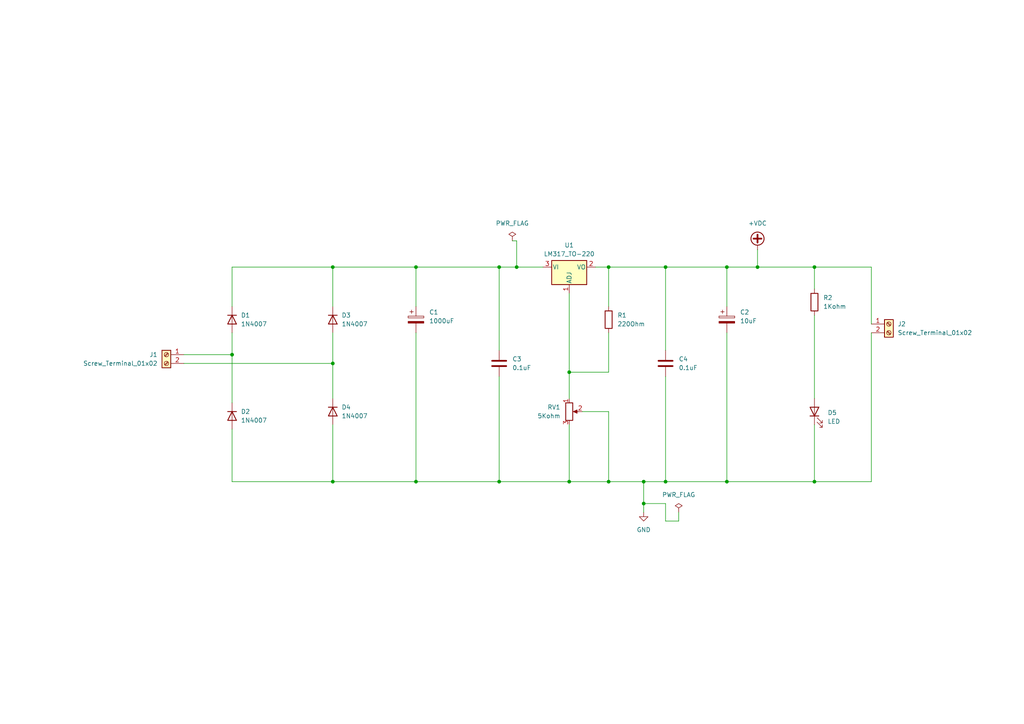
<source format=kicad_sch>
(kicad_sch
	(version 20231120)
	(generator "eeschema")
	(generator_version "8.0")
	(uuid "064e3726-804e-42e7-a651-6f5560fcd5ca")
	(paper "A4")
	(lib_symbols
		(symbol "Connector:Screw_Terminal_01x02"
			(pin_names
				(offset 1.016) hide)
			(exclude_from_sim no)
			(in_bom yes)
			(on_board yes)
			(property "Reference" "J"
				(at 0 2.54 0)
				(effects
					(font
						(size 1.27 1.27)
					)
				)
			)
			(property "Value" "Screw_Terminal_01x02"
				(at 0 -5.08 0)
				(effects
					(font
						(size 1.27 1.27)
					)
				)
			)
			(property "Footprint" ""
				(at 0 0 0)
				(effects
					(font
						(size 1.27 1.27)
					)
					(hide yes)
				)
			)
			(property "Datasheet" "~"
				(at 0 0 0)
				(effects
					(font
						(size 1.27 1.27)
					)
					(hide yes)
				)
			)
			(property "Description" "Generic screw terminal, single row, 01x02, script generated (kicad-library-utils/schlib/autogen/connector/)"
				(at 0 0 0)
				(effects
					(font
						(size 1.27 1.27)
					)
					(hide yes)
				)
			)
			(property "ki_keywords" "screw terminal"
				(at 0 0 0)
				(effects
					(font
						(size 1.27 1.27)
					)
					(hide yes)
				)
			)
			(property "ki_fp_filters" "TerminalBlock*:*"
				(at 0 0 0)
				(effects
					(font
						(size 1.27 1.27)
					)
					(hide yes)
				)
			)
			(symbol "Screw_Terminal_01x02_1_1"
				(rectangle
					(start -1.27 1.27)
					(end 1.27 -3.81)
					(stroke
						(width 0.254)
						(type default)
					)
					(fill
						(type background)
					)
				)
				(circle
					(center 0 -2.54)
					(radius 0.635)
					(stroke
						(width 0.1524)
						(type default)
					)
					(fill
						(type none)
					)
				)
				(polyline
					(pts
						(xy -0.5334 -2.2098) (xy 0.3302 -3.048)
					)
					(stroke
						(width 0.1524)
						(type default)
					)
					(fill
						(type none)
					)
				)
				(polyline
					(pts
						(xy -0.5334 0.3302) (xy 0.3302 -0.508)
					)
					(stroke
						(width 0.1524)
						(type default)
					)
					(fill
						(type none)
					)
				)
				(polyline
					(pts
						(xy -0.3556 -2.032) (xy 0.508 -2.8702)
					)
					(stroke
						(width 0.1524)
						(type default)
					)
					(fill
						(type none)
					)
				)
				(polyline
					(pts
						(xy -0.3556 0.508) (xy 0.508 -0.3302)
					)
					(stroke
						(width 0.1524)
						(type default)
					)
					(fill
						(type none)
					)
				)
				(circle
					(center 0 0)
					(radius 0.635)
					(stroke
						(width 0.1524)
						(type default)
					)
					(fill
						(type none)
					)
				)
				(pin passive line
					(at -5.08 0 0)
					(length 3.81)
					(name "Pin_1"
						(effects
							(font
								(size 1.27 1.27)
							)
						)
					)
					(number "1"
						(effects
							(font
								(size 1.27 1.27)
							)
						)
					)
				)
				(pin passive line
					(at -5.08 -2.54 0)
					(length 3.81)
					(name "Pin_2"
						(effects
							(font
								(size 1.27 1.27)
							)
						)
					)
					(number "2"
						(effects
							(font
								(size 1.27 1.27)
							)
						)
					)
				)
			)
		)
		(symbol "Device:C"
			(pin_numbers hide)
			(pin_names
				(offset 0.254)
			)
			(exclude_from_sim no)
			(in_bom yes)
			(on_board yes)
			(property "Reference" "C"
				(at 0.635 2.54 0)
				(effects
					(font
						(size 1.27 1.27)
					)
					(justify left)
				)
			)
			(property "Value" "C"
				(at 0.635 -2.54 0)
				(effects
					(font
						(size 1.27 1.27)
					)
					(justify left)
				)
			)
			(property "Footprint" ""
				(at 0.9652 -3.81 0)
				(effects
					(font
						(size 1.27 1.27)
					)
					(hide yes)
				)
			)
			(property "Datasheet" "~"
				(at 0 0 0)
				(effects
					(font
						(size 1.27 1.27)
					)
					(hide yes)
				)
			)
			(property "Description" "Unpolarized capacitor"
				(at 0 0 0)
				(effects
					(font
						(size 1.27 1.27)
					)
					(hide yes)
				)
			)
			(property "ki_keywords" "cap capacitor"
				(at 0 0 0)
				(effects
					(font
						(size 1.27 1.27)
					)
					(hide yes)
				)
			)
			(property "ki_fp_filters" "C_*"
				(at 0 0 0)
				(effects
					(font
						(size 1.27 1.27)
					)
					(hide yes)
				)
			)
			(symbol "C_0_1"
				(polyline
					(pts
						(xy -2.032 -0.762) (xy 2.032 -0.762)
					)
					(stroke
						(width 0.508)
						(type default)
					)
					(fill
						(type none)
					)
				)
				(polyline
					(pts
						(xy -2.032 0.762) (xy 2.032 0.762)
					)
					(stroke
						(width 0.508)
						(type default)
					)
					(fill
						(type none)
					)
				)
			)
			(symbol "C_1_1"
				(pin passive line
					(at 0 3.81 270)
					(length 2.794)
					(name "~"
						(effects
							(font
								(size 1.27 1.27)
							)
						)
					)
					(number "1"
						(effects
							(font
								(size 1.27 1.27)
							)
						)
					)
				)
				(pin passive line
					(at 0 -3.81 90)
					(length 2.794)
					(name "~"
						(effects
							(font
								(size 1.27 1.27)
							)
						)
					)
					(number "2"
						(effects
							(font
								(size 1.27 1.27)
							)
						)
					)
				)
			)
		)
		(symbol "Device:C_Polarized"
			(pin_numbers hide)
			(pin_names
				(offset 0.254)
			)
			(exclude_from_sim no)
			(in_bom yes)
			(on_board yes)
			(property "Reference" "C"
				(at 0.635 2.54 0)
				(effects
					(font
						(size 1.27 1.27)
					)
					(justify left)
				)
			)
			(property "Value" "C_Polarized"
				(at 0.635 -2.54 0)
				(effects
					(font
						(size 1.27 1.27)
					)
					(justify left)
				)
			)
			(property "Footprint" ""
				(at 0.9652 -3.81 0)
				(effects
					(font
						(size 1.27 1.27)
					)
					(hide yes)
				)
			)
			(property "Datasheet" "~"
				(at 0 0 0)
				(effects
					(font
						(size 1.27 1.27)
					)
					(hide yes)
				)
			)
			(property "Description" "Polarized capacitor"
				(at 0 0 0)
				(effects
					(font
						(size 1.27 1.27)
					)
					(hide yes)
				)
			)
			(property "ki_keywords" "cap capacitor"
				(at 0 0 0)
				(effects
					(font
						(size 1.27 1.27)
					)
					(hide yes)
				)
			)
			(property "ki_fp_filters" "CP_*"
				(at 0 0 0)
				(effects
					(font
						(size 1.27 1.27)
					)
					(hide yes)
				)
			)
			(symbol "C_Polarized_0_1"
				(rectangle
					(start -2.286 0.508)
					(end 2.286 1.016)
					(stroke
						(width 0)
						(type default)
					)
					(fill
						(type none)
					)
				)
				(polyline
					(pts
						(xy -1.778 2.286) (xy -0.762 2.286)
					)
					(stroke
						(width 0)
						(type default)
					)
					(fill
						(type none)
					)
				)
				(polyline
					(pts
						(xy -1.27 2.794) (xy -1.27 1.778)
					)
					(stroke
						(width 0)
						(type default)
					)
					(fill
						(type none)
					)
				)
				(rectangle
					(start 2.286 -0.508)
					(end -2.286 -1.016)
					(stroke
						(width 0)
						(type default)
					)
					(fill
						(type outline)
					)
				)
			)
			(symbol "C_Polarized_1_1"
				(pin passive line
					(at 0 3.81 270)
					(length 2.794)
					(name "~"
						(effects
							(font
								(size 1.27 1.27)
							)
						)
					)
					(number "1"
						(effects
							(font
								(size 1.27 1.27)
							)
						)
					)
				)
				(pin passive line
					(at 0 -3.81 90)
					(length 2.794)
					(name "~"
						(effects
							(font
								(size 1.27 1.27)
							)
						)
					)
					(number "2"
						(effects
							(font
								(size 1.27 1.27)
							)
						)
					)
				)
			)
		)
		(symbol "Device:LED"
			(pin_numbers hide)
			(pin_names
				(offset 1.016) hide)
			(exclude_from_sim no)
			(in_bom yes)
			(on_board yes)
			(property "Reference" "D"
				(at 0 2.54 0)
				(effects
					(font
						(size 1.27 1.27)
					)
				)
			)
			(property "Value" "LED"
				(at 0 -2.54 0)
				(effects
					(font
						(size 1.27 1.27)
					)
				)
			)
			(property "Footprint" ""
				(at 0 0 0)
				(effects
					(font
						(size 1.27 1.27)
					)
					(hide yes)
				)
			)
			(property "Datasheet" "~"
				(at 0 0 0)
				(effects
					(font
						(size 1.27 1.27)
					)
					(hide yes)
				)
			)
			(property "Description" "Light emitting diode"
				(at 0 0 0)
				(effects
					(font
						(size 1.27 1.27)
					)
					(hide yes)
				)
			)
			(property "ki_keywords" "LED diode"
				(at 0 0 0)
				(effects
					(font
						(size 1.27 1.27)
					)
					(hide yes)
				)
			)
			(property "ki_fp_filters" "LED* LED_SMD:* LED_THT:*"
				(at 0 0 0)
				(effects
					(font
						(size 1.27 1.27)
					)
					(hide yes)
				)
			)
			(symbol "LED_0_1"
				(polyline
					(pts
						(xy -1.27 -1.27) (xy -1.27 1.27)
					)
					(stroke
						(width 0.254)
						(type default)
					)
					(fill
						(type none)
					)
				)
				(polyline
					(pts
						(xy -1.27 0) (xy 1.27 0)
					)
					(stroke
						(width 0)
						(type default)
					)
					(fill
						(type none)
					)
				)
				(polyline
					(pts
						(xy 1.27 -1.27) (xy 1.27 1.27) (xy -1.27 0) (xy 1.27 -1.27)
					)
					(stroke
						(width 0.254)
						(type default)
					)
					(fill
						(type none)
					)
				)
				(polyline
					(pts
						(xy -3.048 -0.762) (xy -4.572 -2.286) (xy -3.81 -2.286) (xy -4.572 -2.286) (xy -4.572 -1.524)
					)
					(stroke
						(width 0)
						(type default)
					)
					(fill
						(type none)
					)
				)
				(polyline
					(pts
						(xy -1.778 -0.762) (xy -3.302 -2.286) (xy -2.54 -2.286) (xy -3.302 -2.286) (xy -3.302 -1.524)
					)
					(stroke
						(width 0)
						(type default)
					)
					(fill
						(type none)
					)
				)
			)
			(symbol "LED_1_1"
				(pin passive line
					(at -3.81 0 0)
					(length 2.54)
					(name "K"
						(effects
							(font
								(size 1.27 1.27)
							)
						)
					)
					(number "1"
						(effects
							(font
								(size 1.27 1.27)
							)
						)
					)
				)
				(pin passive line
					(at 3.81 0 180)
					(length 2.54)
					(name "A"
						(effects
							(font
								(size 1.27 1.27)
							)
						)
					)
					(number "2"
						(effects
							(font
								(size 1.27 1.27)
							)
						)
					)
				)
			)
		)
		(symbol "Device:R"
			(pin_numbers hide)
			(pin_names
				(offset 0)
			)
			(exclude_from_sim no)
			(in_bom yes)
			(on_board yes)
			(property "Reference" "R"
				(at 2.032 0 90)
				(effects
					(font
						(size 1.27 1.27)
					)
				)
			)
			(property "Value" "R"
				(at 0 0 90)
				(effects
					(font
						(size 1.27 1.27)
					)
				)
			)
			(property "Footprint" ""
				(at -1.778 0 90)
				(effects
					(font
						(size 1.27 1.27)
					)
					(hide yes)
				)
			)
			(property "Datasheet" "~"
				(at 0 0 0)
				(effects
					(font
						(size 1.27 1.27)
					)
					(hide yes)
				)
			)
			(property "Description" "Resistor"
				(at 0 0 0)
				(effects
					(font
						(size 1.27 1.27)
					)
					(hide yes)
				)
			)
			(property "ki_keywords" "R res resistor"
				(at 0 0 0)
				(effects
					(font
						(size 1.27 1.27)
					)
					(hide yes)
				)
			)
			(property "ki_fp_filters" "R_*"
				(at 0 0 0)
				(effects
					(font
						(size 1.27 1.27)
					)
					(hide yes)
				)
			)
			(symbol "R_0_1"
				(rectangle
					(start -1.016 -2.54)
					(end 1.016 2.54)
					(stroke
						(width 0.254)
						(type default)
					)
					(fill
						(type none)
					)
				)
			)
			(symbol "R_1_1"
				(pin passive line
					(at 0 3.81 270)
					(length 1.27)
					(name "~"
						(effects
							(font
								(size 1.27 1.27)
							)
						)
					)
					(number "1"
						(effects
							(font
								(size 1.27 1.27)
							)
						)
					)
				)
				(pin passive line
					(at 0 -3.81 90)
					(length 1.27)
					(name "~"
						(effects
							(font
								(size 1.27 1.27)
							)
						)
					)
					(number "2"
						(effects
							(font
								(size 1.27 1.27)
							)
						)
					)
				)
			)
		)
		(symbol "Device:R_Potentiometer"
			(pin_names
				(offset 1.016) hide)
			(exclude_from_sim no)
			(in_bom yes)
			(on_board yes)
			(property "Reference" "RV"
				(at -4.445 0 90)
				(effects
					(font
						(size 1.27 1.27)
					)
				)
			)
			(property "Value" "R_Potentiometer"
				(at -2.54 0 90)
				(effects
					(font
						(size 1.27 1.27)
					)
				)
			)
			(property "Footprint" ""
				(at 0 0 0)
				(effects
					(font
						(size 1.27 1.27)
					)
					(hide yes)
				)
			)
			(property "Datasheet" "~"
				(at 0 0 0)
				(effects
					(font
						(size 1.27 1.27)
					)
					(hide yes)
				)
			)
			(property "Description" "Potentiometer"
				(at 0 0 0)
				(effects
					(font
						(size 1.27 1.27)
					)
					(hide yes)
				)
			)
			(property "ki_keywords" "resistor variable"
				(at 0 0 0)
				(effects
					(font
						(size 1.27 1.27)
					)
					(hide yes)
				)
			)
			(property "ki_fp_filters" "Potentiometer*"
				(at 0 0 0)
				(effects
					(font
						(size 1.27 1.27)
					)
					(hide yes)
				)
			)
			(symbol "R_Potentiometer_0_1"
				(polyline
					(pts
						(xy 2.54 0) (xy 1.524 0)
					)
					(stroke
						(width 0)
						(type default)
					)
					(fill
						(type none)
					)
				)
				(polyline
					(pts
						(xy 1.143 0) (xy 2.286 0.508) (xy 2.286 -0.508) (xy 1.143 0)
					)
					(stroke
						(width 0)
						(type default)
					)
					(fill
						(type outline)
					)
				)
				(rectangle
					(start 1.016 2.54)
					(end -1.016 -2.54)
					(stroke
						(width 0.254)
						(type default)
					)
					(fill
						(type none)
					)
				)
			)
			(symbol "R_Potentiometer_1_1"
				(pin passive line
					(at 0 3.81 270)
					(length 1.27)
					(name "1"
						(effects
							(font
								(size 1.27 1.27)
							)
						)
					)
					(number "1"
						(effects
							(font
								(size 1.27 1.27)
							)
						)
					)
				)
				(pin passive line
					(at 3.81 0 180)
					(length 1.27)
					(name "2"
						(effects
							(font
								(size 1.27 1.27)
							)
						)
					)
					(number "2"
						(effects
							(font
								(size 1.27 1.27)
							)
						)
					)
				)
				(pin passive line
					(at 0 -3.81 90)
					(length 1.27)
					(name "3"
						(effects
							(font
								(size 1.27 1.27)
							)
						)
					)
					(number "3"
						(effects
							(font
								(size 1.27 1.27)
							)
						)
					)
				)
			)
		)
		(symbol "Diode:1N4007"
			(pin_numbers hide)
			(pin_names hide)
			(exclude_from_sim no)
			(in_bom yes)
			(on_board yes)
			(property "Reference" "D"
				(at 0 2.54 0)
				(effects
					(font
						(size 1.27 1.27)
					)
				)
			)
			(property "Value" "1N4007"
				(at 0 -2.54 0)
				(effects
					(font
						(size 1.27 1.27)
					)
				)
			)
			(property "Footprint" "Diode_THT:D_DO-41_SOD81_P10.16mm_Horizontal"
				(at 0 -4.445 0)
				(effects
					(font
						(size 1.27 1.27)
					)
					(hide yes)
				)
			)
			(property "Datasheet" "http://www.vishay.com/docs/88503/1n4001.pdf"
				(at 0 0 0)
				(effects
					(font
						(size 1.27 1.27)
					)
					(hide yes)
				)
			)
			(property "Description" "1000V 1A General Purpose Rectifier Diode, DO-41"
				(at 0 0 0)
				(effects
					(font
						(size 1.27 1.27)
					)
					(hide yes)
				)
			)
			(property "Sim.Device" "D"
				(at 0 0 0)
				(effects
					(font
						(size 1.27 1.27)
					)
					(hide yes)
				)
			)
			(property "Sim.Pins" "1=K 2=A"
				(at 0 0 0)
				(effects
					(font
						(size 1.27 1.27)
					)
					(hide yes)
				)
			)
			(property "ki_keywords" "diode"
				(at 0 0 0)
				(effects
					(font
						(size 1.27 1.27)
					)
					(hide yes)
				)
			)
			(property "ki_fp_filters" "D*DO?41*"
				(at 0 0 0)
				(effects
					(font
						(size 1.27 1.27)
					)
					(hide yes)
				)
			)
			(symbol "1N4007_0_1"
				(polyline
					(pts
						(xy -1.27 1.27) (xy -1.27 -1.27)
					)
					(stroke
						(width 0.254)
						(type default)
					)
					(fill
						(type none)
					)
				)
				(polyline
					(pts
						(xy 1.27 0) (xy -1.27 0)
					)
					(stroke
						(width 0)
						(type default)
					)
					(fill
						(type none)
					)
				)
				(polyline
					(pts
						(xy 1.27 1.27) (xy 1.27 -1.27) (xy -1.27 0) (xy 1.27 1.27)
					)
					(stroke
						(width 0.254)
						(type default)
					)
					(fill
						(type none)
					)
				)
			)
			(symbol "1N4007_1_1"
				(pin passive line
					(at -3.81 0 0)
					(length 2.54)
					(name "K"
						(effects
							(font
								(size 1.27 1.27)
							)
						)
					)
					(number "1"
						(effects
							(font
								(size 1.27 1.27)
							)
						)
					)
				)
				(pin passive line
					(at 3.81 0 180)
					(length 2.54)
					(name "A"
						(effects
							(font
								(size 1.27 1.27)
							)
						)
					)
					(number "2"
						(effects
							(font
								(size 1.27 1.27)
							)
						)
					)
				)
			)
		)
		(symbol "Regulator_Linear:LM317_TO-220"
			(pin_names
				(offset 0.254)
			)
			(exclude_from_sim no)
			(in_bom yes)
			(on_board yes)
			(property "Reference" "U"
				(at -3.81 3.175 0)
				(effects
					(font
						(size 1.27 1.27)
					)
				)
			)
			(property "Value" "LM317_TO-220"
				(at 0 3.175 0)
				(effects
					(font
						(size 1.27 1.27)
					)
					(justify left)
				)
			)
			(property "Footprint" "Package_TO_SOT_THT:TO-220-3_Vertical"
				(at 0 6.35 0)
				(effects
					(font
						(size 1.27 1.27)
						(italic yes)
					)
					(hide yes)
				)
			)
			(property "Datasheet" "http://www.ti.com/lit/ds/symlink/lm317.pdf"
				(at 0 0 0)
				(effects
					(font
						(size 1.27 1.27)
					)
					(hide yes)
				)
			)
			(property "Description" "1.5A 35V Adjustable Linear Regulator, TO-220"
				(at 0 0 0)
				(effects
					(font
						(size 1.27 1.27)
					)
					(hide yes)
				)
			)
			(property "ki_keywords" "Adjustable Voltage Regulator 1A Positive"
				(at 0 0 0)
				(effects
					(font
						(size 1.27 1.27)
					)
					(hide yes)
				)
			)
			(property "ki_fp_filters" "TO?220*"
				(at 0 0 0)
				(effects
					(font
						(size 1.27 1.27)
					)
					(hide yes)
				)
			)
			(symbol "LM317_TO-220_0_1"
				(rectangle
					(start -5.08 1.905)
					(end 5.08 -5.08)
					(stroke
						(width 0.254)
						(type default)
					)
					(fill
						(type background)
					)
				)
			)
			(symbol "LM317_TO-220_1_1"
				(pin input line
					(at 0 -7.62 90)
					(length 2.54)
					(name "ADJ"
						(effects
							(font
								(size 1.27 1.27)
							)
						)
					)
					(number "1"
						(effects
							(font
								(size 1.27 1.27)
							)
						)
					)
				)
				(pin power_out line
					(at 7.62 0 180)
					(length 2.54)
					(name "VO"
						(effects
							(font
								(size 1.27 1.27)
							)
						)
					)
					(number "2"
						(effects
							(font
								(size 1.27 1.27)
							)
						)
					)
				)
				(pin power_in line
					(at -7.62 0 0)
					(length 2.54)
					(name "VI"
						(effects
							(font
								(size 1.27 1.27)
							)
						)
					)
					(number "3"
						(effects
							(font
								(size 1.27 1.27)
							)
						)
					)
				)
			)
		)
		(symbol "power:+VDC"
			(power)
			(pin_numbers hide)
			(pin_names
				(offset 0) hide)
			(exclude_from_sim no)
			(in_bom yes)
			(on_board yes)
			(property "Reference" "#PWR"
				(at 0 -2.54 0)
				(effects
					(font
						(size 1.27 1.27)
					)
					(hide yes)
				)
			)
			(property "Value" "+VDC"
				(at 0 6.35 0)
				(effects
					(font
						(size 1.27 1.27)
					)
				)
			)
			(property "Footprint" ""
				(at 0 0 0)
				(effects
					(font
						(size 1.27 1.27)
					)
					(hide yes)
				)
			)
			(property "Datasheet" ""
				(at 0 0 0)
				(effects
					(font
						(size 1.27 1.27)
					)
					(hide yes)
				)
			)
			(property "Description" "Power symbol creates a global label with name \"+VDC\""
				(at 0 0 0)
				(effects
					(font
						(size 1.27 1.27)
					)
					(hide yes)
				)
			)
			(property "ki_keywords" "global power"
				(at 0 0 0)
				(effects
					(font
						(size 1.27 1.27)
					)
					(hide yes)
				)
			)
			(symbol "+VDC_0_1"
				(polyline
					(pts
						(xy -1.143 3.175) (xy 1.143 3.175)
					)
					(stroke
						(width 0.508)
						(type default)
					)
					(fill
						(type none)
					)
				)
				(polyline
					(pts
						(xy 0 0) (xy 0 1.27)
					)
					(stroke
						(width 0)
						(type default)
					)
					(fill
						(type none)
					)
				)
				(polyline
					(pts
						(xy 0 2.032) (xy 0 4.318)
					)
					(stroke
						(width 0.508)
						(type default)
					)
					(fill
						(type none)
					)
				)
				(circle
					(center 0 3.175)
					(radius 1.905)
					(stroke
						(width 0.254)
						(type default)
					)
					(fill
						(type none)
					)
				)
			)
			(symbol "+VDC_1_1"
				(pin power_in line
					(at 0 0 90)
					(length 0)
					(name "~"
						(effects
							(font
								(size 1.27 1.27)
							)
						)
					)
					(number "1"
						(effects
							(font
								(size 1.27 1.27)
							)
						)
					)
				)
			)
		)
		(symbol "power:GND"
			(power)
			(pin_numbers hide)
			(pin_names
				(offset 0) hide)
			(exclude_from_sim no)
			(in_bom yes)
			(on_board yes)
			(property "Reference" "#PWR"
				(at 0 -6.35 0)
				(effects
					(font
						(size 1.27 1.27)
					)
					(hide yes)
				)
			)
			(property "Value" "GND"
				(at 0 -3.81 0)
				(effects
					(font
						(size 1.27 1.27)
					)
				)
			)
			(property "Footprint" ""
				(at 0 0 0)
				(effects
					(font
						(size 1.27 1.27)
					)
					(hide yes)
				)
			)
			(property "Datasheet" ""
				(at 0 0 0)
				(effects
					(font
						(size 1.27 1.27)
					)
					(hide yes)
				)
			)
			(property "Description" "Power symbol creates a global label with name \"GND\" , ground"
				(at 0 0 0)
				(effects
					(font
						(size 1.27 1.27)
					)
					(hide yes)
				)
			)
			(property "ki_keywords" "global power"
				(at 0 0 0)
				(effects
					(font
						(size 1.27 1.27)
					)
					(hide yes)
				)
			)
			(symbol "GND_0_1"
				(polyline
					(pts
						(xy 0 0) (xy 0 -1.27) (xy 1.27 -1.27) (xy 0 -2.54) (xy -1.27 -1.27) (xy 0 -1.27)
					)
					(stroke
						(width 0)
						(type default)
					)
					(fill
						(type none)
					)
				)
			)
			(symbol "GND_1_1"
				(pin power_in line
					(at 0 0 270)
					(length 0)
					(name "~"
						(effects
							(font
								(size 1.27 1.27)
							)
						)
					)
					(number "1"
						(effects
							(font
								(size 1.27 1.27)
							)
						)
					)
				)
			)
		)
		(symbol "power:PWR_FLAG"
			(power)
			(pin_numbers hide)
			(pin_names
				(offset 0) hide)
			(exclude_from_sim no)
			(in_bom yes)
			(on_board yes)
			(property "Reference" "#FLG"
				(at 0 1.905 0)
				(effects
					(font
						(size 1.27 1.27)
					)
					(hide yes)
				)
			)
			(property "Value" "PWR_FLAG"
				(at 0 3.81 0)
				(effects
					(font
						(size 1.27 1.27)
					)
				)
			)
			(property "Footprint" ""
				(at 0 0 0)
				(effects
					(font
						(size 1.27 1.27)
					)
					(hide yes)
				)
			)
			(property "Datasheet" "~"
				(at 0 0 0)
				(effects
					(font
						(size 1.27 1.27)
					)
					(hide yes)
				)
			)
			(property "Description" "Special symbol for telling ERC where power comes from"
				(at 0 0 0)
				(effects
					(font
						(size 1.27 1.27)
					)
					(hide yes)
				)
			)
			(property "ki_keywords" "flag power"
				(at 0 0 0)
				(effects
					(font
						(size 1.27 1.27)
					)
					(hide yes)
				)
			)
			(symbol "PWR_FLAG_0_0"
				(pin power_out line
					(at 0 0 90)
					(length 0)
					(name "~"
						(effects
							(font
								(size 1.27 1.27)
							)
						)
					)
					(number "1"
						(effects
							(font
								(size 1.27 1.27)
							)
						)
					)
				)
			)
			(symbol "PWR_FLAG_0_1"
				(polyline
					(pts
						(xy 0 0) (xy 0 1.27) (xy -1.016 1.905) (xy 0 2.54) (xy 1.016 1.905) (xy 0 1.27)
					)
					(stroke
						(width 0)
						(type default)
					)
					(fill
						(type none)
					)
				)
			)
		)
	)
	(junction
		(at 165.1 107.95)
		(diameter 0)
		(color 0 0 0 0)
		(uuid "007c2216-cf27-401c-9bd5-a0bd6351a5c7")
	)
	(junction
		(at 144.78 139.7)
		(diameter 0)
		(color 0 0 0 0)
		(uuid "0ea164fa-2c81-450d-bc6b-988bc7fd8ba8")
	)
	(junction
		(at 96.52 77.47)
		(diameter 0)
		(color 0 0 0 0)
		(uuid "2269f452-21f4-4dc9-ba57-dd753f87bfe1")
	)
	(junction
		(at 193.04 139.7)
		(diameter 0)
		(color 0 0 0 0)
		(uuid "2646a67b-b365-47ee-82db-79b1dbd391a7")
	)
	(junction
		(at 67.31 102.87)
		(diameter 0)
		(color 0 0 0 0)
		(uuid "272f45fd-86c4-4b14-9ff6-9fb0365335cb")
	)
	(junction
		(at 176.53 139.7)
		(diameter 0)
		(color 0 0 0 0)
		(uuid "2ffe23bd-559c-48ea-85be-1ecae4f518a5")
	)
	(junction
		(at 236.22 77.47)
		(diameter 0)
		(color 0 0 0 0)
		(uuid "33850020-9b7e-4171-86aa-f38b8f10f5b6")
	)
	(junction
		(at 165.1 139.7)
		(diameter 0)
		(color 0 0 0 0)
		(uuid "3e8e4b21-f3f7-4860-a241-a8d110ce2519")
	)
	(junction
		(at 96.52 105.41)
		(diameter 0)
		(color 0 0 0 0)
		(uuid "3fb6e9ba-885d-4f2c-b5ad-356256678b61")
	)
	(junction
		(at 236.22 139.7)
		(diameter 0)
		(color 0 0 0 0)
		(uuid "458f12b2-d9ac-403a-a757-b04e1cb463b0")
	)
	(junction
		(at 176.53 77.47)
		(diameter 0)
		(color 0 0 0 0)
		(uuid "50e4b2d0-9190-4e3d-ac87-4684f1acd61d")
	)
	(junction
		(at 149.86 77.47)
		(diameter 0)
		(color 0 0 0 0)
		(uuid "60033036-4890-48cf-803a-fe88fb4373da")
	)
	(junction
		(at 120.65 139.7)
		(diameter 0)
		(color 0 0 0 0)
		(uuid "646a5b07-aa0c-4665-a58a-4cea44adcbb2")
	)
	(junction
		(at 210.82 139.7)
		(diameter 0)
		(color 0 0 0 0)
		(uuid "6733edfb-68cb-4b3c-9a10-fa88faa82cdb")
	)
	(junction
		(at 186.69 146.05)
		(diameter 0)
		(color 0 0 0 0)
		(uuid "6740b41b-5a1b-4f35-91b8-b7b8890d4f54")
	)
	(junction
		(at 210.82 77.47)
		(diameter 0)
		(color 0 0 0 0)
		(uuid "6e3312bb-ef99-4d33-ac8e-9c254de72121")
	)
	(junction
		(at 144.78 77.47)
		(diameter 0)
		(color 0 0 0 0)
		(uuid "72b51ee4-62a0-4f37-93bc-69e61e7025f5")
	)
	(junction
		(at 186.69 139.7)
		(diameter 0)
		(color 0 0 0 0)
		(uuid "7d87de82-7e62-4fb8-b389-aec0e7b0aab2")
	)
	(junction
		(at 219.71 77.47)
		(diameter 0)
		(color 0 0 0 0)
		(uuid "9dd5cce9-47a2-48e3-8742-87c540580b0b")
	)
	(junction
		(at 193.04 77.47)
		(diameter 0)
		(color 0 0 0 0)
		(uuid "9eb894cf-a0f1-46bd-8b91-6b4d7946a808")
	)
	(junction
		(at 96.52 139.7)
		(diameter 0)
		(color 0 0 0 0)
		(uuid "d5f1dbac-0285-417e-92c2-1283eef90661")
	)
	(junction
		(at 120.65 77.47)
		(diameter 0)
		(color 0 0 0 0)
		(uuid "e5c1a661-bb3c-4ded-9fc0-0a488d2dcc7c")
	)
	(wire
		(pts
			(xy 219.71 77.47) (xy 236.22 77.47)
		)
		(stroke
			(width 0)
			(type default)
		)
		(uuid "01183a9a-67cd-4db9-93eb-62b6ed439172")
	)
	(wire
		(pts
			(xy 176.53 119.38) (xy 176.53 139.7)
		)
		(stroke
			(width 0)
			(type default)
		)
		(uuid "0172c100-3ead-4246-bfcd-162e0b5ff03e")
	)
	(wire
		(pts
			(xy 144.78 139.7) (xy 165.1 139.7)
		)
		(stroke
			(width 0)
			(type default)
		)
		(uuid "0788c5ad-3e42-49b0-abc3-b95e2f0e3da8")
	)
	(wire
		(pts
			(xy 236.22 139.7) (xy 252.73 139.7)
		)
		(stroke
			(width 0)
			(type default)
		)
		(uuid "0d26e346-41e1-43e1-91ef-212132c3bce0")
	)
	(wire
		(pts
			(xy 67.31 77.47) (xy 67.31 88.9)
		)
		(stroke
			(width 0)
			(type default)
		)
		(uuid "10e7e313-6da4-4287-962b-91e01f583cea")
	)
	(wire
		(pts
			(xy 193.04 151.13) (xy 196.85 151.13)
		)
		(stroke
			(width 0)
			(type default)
		)
		(uuid "13cf4e66-4a94-4ef8-b8f3-4bc36cb6682b")
	)
	(wire
		(pts
			(xy 120.65 96.52) (xy 120.65 139.7)
		)
		(stroke
			(width 0)
			(type default)
		)
		(uuid "164555c3-4ba2-4495-88d0-0d7cf28064ba")
	)
	(wire
		(pts
			(xy 67.31 102.87) (xy 67.31 96.52)
		)
		(stroke
			(width 0)
			(type default)
		)
		(uuid "1a67624f-1295-4033-bfb5-97ffde063283")
	)
	(wire
		(pts
			(xy 165.1 139.7) (xy 176.53 139.7)
		)
		(stroke
			(width 0)
			(type default)
		)
		(uuid "22367297-c322-42b9-a9ff-430cb398def0")
	)
	(wire
		(pts
			(xy 210.82 77.47) (xy 210.82 88.9)
		)
		(stroke
			(width 0)
			(type default)
		)
		(uuid "2505be5f-962d-40a8-85df-1f17854169e2")
	)
	(wire
		(pts
			(xy 219.71 72.39) (xy 219.71 77.47)
		)
		(stroke
			(width 0)
			(type default)
		)
		(uuid "25c1597f-3d18-4621-9edb-a5d605a569f9")
	)
	(wire
		(pts
			(xy 210.82 139.7) (xy 236.22 139.7)
		)
		(stroke
			(width 0)
			(type default)
		)
		(uuid "2c7cf7b9-2ddb-40f0-bd4d-fde9928e91c1")
	)
	(wire
		(pts
			(xy 120.65 77.47) (xy 120.65 88.9)
		)
		(stroke
			(width 0)
			(type default)
		)
		(uuid "30e72630-df4a-4e26-9252-0fd2c1c0de1f")
	)
	(wire
		(pts
			(xy 186.69 146.05) (xy 186.69 148.59)
		)
		(stroke
			(width 0)
			(type default)
		)
		(uuid "34bc538f-e522-4d8e-b4ae-c4fafefe992b")
	)
	(wire
		(pts
			(xy 165.1 85.09) (xy 165.1 107.95)
		)
		(stroke
			(width 0)
			(type default)
		)
		(uuid "3568295b-43b0-4dac-978a-8b9cc5def16c")
	)
	(wire
		(pts
			(xy 193.04 146.05) (xy 193.04 151.13)
		)
		(stroke
			(width 0)
			(type default)
		)
		(uuid "392078bd-b6c3-4e10-92f2-aee65f1ef136")
	)
	(wire
		(pts
			(xy 96.52 77.47) (xy 96.52 88.9)
		)
		(stroke
			(width 0)
			(type default)
		)
		(uuid "40aa37ef-9331-427d-a0b0-9ff5fecb0ecf")
	)
	(wire
		(pts
			(xy 165.1 107.95) (xy 165.1 115.57)
		)
		(stroke
			(width 0)
			(type default)
		)
		(uuid "42132562-5e6e-4aec-8542-6aaea06430ca")
	)
	(wire
		(pts
			(xy 210.82 96.52) (xy 210.82 139.7)
		)
		(stroke
			(width 0)
			(type default)
		)
		(uuid "466334f9-a03c-4313-bedf-cc94b3763d90")
	)
	(wire
		(pts
			(xy 96.52 105.41) (xy 96.52 115.57)
		)
		(stroke
			(width 0)
			(type default)
		)
		(uuid "46696934-bb1e-443d-8565-8cb14f54f625")
	)
	(wire
		(pts
			(xy 96.52 139.7) (xy 120.65 139.7)
		)
		(stroke
			(width 0)
			(type default)
		)
		(uuid "53290140-b9b1-4635-a6e2-dcf614b623d6")
	)
	(wire
		(pts
			(xy 144.78 77.47) (xy 120.65 77.47)
		)
		(stroke
			(width 0)
			(type default)
		)
		(uuid "53466dd0-b961-4a20-b437-40572f71a001")
	)
	(wire
		(pts
			(xy 53.34 105.41) (xy 96.52 105.41)
		)
		(stroke
			(width 0)
			(type default)
		)
		(uuid "53b1e066-de12-45ac-a0ab-a5e99f1fd043")
	)
	(wire
		(pts
			(xy 96.52 123.19) (xy 96.52 139.7)
		)
		(stroke
			(width 0)
			(type default)
		)
		(uuid "5805365f-3d63-4da3-a6ea-71b60aaa9f00")
	)
	(wire
		(pts
			(xy 210.82 77.47) (xy 219.71 77.47)
		)
		(stroke
			(width 0)
			(type default)
		)
		(uuid "580c09a2-ebaf-4453-8d18-114329ba3a6a")
	)
	(wire
		(pts
			(xy 144.78 77.47) (xy 144.78 101.6)
		)
		(stroke
			(width 0)
			(type default)
		)
		(uuid "5bf7191c-0a51-489c-9da5-b3088e1e13f9")
	)
	(wire
		(pts
			(xy 148.59 69.85) (xy 149.86 69.85)
		)
		(stroke
			(width 0)
			(type default)
		)
		(uuid "633440a3-8164-4750-aeff-b1542b2a4479")
	)
	(wire
		(pts
			(xy 67.31 102.87) (xy 67.31 116.84)
		)
		(stroke
			(width 0)
			(type default)
		)
		(uuid "65ddddc0-2688-46ec-9ce4-d47c6f4fdeac")
	)
	(wire
		(pts
			(xy 120.65 139.7) (xy 144.78 139.7)
		)
		(stroke
			(width 0)
			(type default)
		)
		(uuid "6b75528d-33a9-4b81-ba23-2327a88dcf27")
	)
	(wire
		(pts
			(xy 176.53 77.47) (xy 193.04 77.47)
		)
		(stroke
			(width 0)
			(type default)
		)
		(uuid "6d80c8bd-b20f-4c5e-80bc-18ff65e5a5a6")
	)
	(wire
		(pts
			(xy 193.04 139.7) (xy 210.82 139.7)
		)
		(stroke
			(width 0)
			(type default)
		)
		(uuid "711d7c7e-a941-4604-afb4-f6877f207f5b")
	)
	(wire
		(pts
			(xy 196.85 151.13) (xy 196.85 148.59)
		)
		(stroke
			(width 0)
			(type default)
		)
		(uuid "717a31d2-c134-4f48-9f7e-a9ba332ab41a")
	)
	(wire
		(pts
			(xy 149.86 69.85) (xy 149.86 77.47)
		)
		(stroke
			(width 0)
			(type default)
		)
		(uuid "757e16da-e3de-4187-96ec-0f4d9faf43a6")
	)
	(wire
		(pts
			(xy 236.22 91.44) (xy 236.22 115.57)
		)
		(stroke
			(width 0)
			(type default)
		)
		(uuid "79a1867b-3988-430c-907f-72c94c5d0140")
	)
	(wire
		(pts
			(xy 236.22 77.47) (xy 252.73 77.47)
		)
		(stroke
			(width 0)
			(type default)
		)
		(uuid "7c5a3e6d-5fdf-4eba-b998-3afaeecfa07e")
	)
	(wire
		(pts
			(xy 236.22 77.47) (xy 236.22 83.82)
		)
		(stroke
			(width 0)
			(type default)
		)
		(uuid "84016787-fc16-43ae-924c-0ccb3ef86df6")
	)
	(wire
		(pts
			(xy 168.91 119.38) (xy 176.53 119.38)
		)
		(stroke
			(width 0)
			(type default)
		)
		(uuid "981caa87-1508-47c7-9a64-2b277b90f52b")
	)
	(wire
		(pts
			(xy 67.31 139.7) (xy 96.52 139.7)
		)
		(stroke
			(width 0)
			(type default)
		)
		(uuid "99c6e36b-8c22-42e4-834c-ef84fb39cd3f")
	)
	(wire
		(pts
			(xy 193.04 109.22) (xy 193.04 139.7)
		)
		(stroke
			(width 0)
			(type default)
		)
		(uuid "9bc1bfcc-6bf1-4ada-b120-48433650c9ed")
	)
	(wire
		(pts
			(xy 186.69 139.7) (xy 186.69 146.05)
		)
		(stroke
			(width 0)
			(type default)
		)
		(uuid "9e480a15-f36f-4dbe-8a16-5a984e86e835")
	)
	(wire
		(pts
			(xy 120.65 77.47) (xy 96.52 77.47)
		)
		(stroke
			(width 0)
			(type default)
		)
		(uuid "9efc394b-1812-4e88-9d4b-6c4fc5c72aa4")
	)
	(wire
		(pts
			(xy 144.78 109.22) (xy 144.78 139.7)
		)
		(stroke
			(width 0)
			(type default)
		)
		(uuid "a40d65ee-767a-404e-ba66-407b0cfc30bb")
	)
	(wire
		(pts
			(xy 176.53 139.7) (xy 186.69 139.7)
		)
		(stroke
			(width 0)
			(type default)
		)
		(uuid "ad511b27-206c-4b35-ab34-471b97ae17d4")
	)
	(wire
		(pts
			(xy 149.86 77.47) (xy 157.48 77.47)
		)
		(stroke
			(width 0)
			(type default)
		)
		(uuid "b714917e-c68a-403c-8b5f-86d57e68a642")
	)
	(wire
		(pts
			(xy 144.78 77.47) (xy 149.86 77.47)
		)
		(stroke
			(width 0)
			(type default)
		)
		(uuid "b76f2a2b-bb48-4fe9-abd7-ae54c1e3df9d")
	)
	(wire
		(pts
			(xy 176.53 96.52) (xy 176.53 107.95)
		)
		(stroke
			(width 0)
			(type default)
		)
		(uuid "b7cebec9-e5b6-4602-a977-9e5e23ca34ad")
	)
	(wire
		(pts
			(xy 67.31 124.46) (xy 67.31 139.7)
		)
		(stroke
			(width 0)
			(type default)
		)
		(uuid "ba47f2bd-87cf-4584-83b3-18387aa5bc6b")
	)
	(wire
		(pts
			(xy 236.22 123.19) (xy 236.22 139.7)
		)
		(stroke
			(width 0)
			(type default)
		)
		(uuid "bd115555-54f1-4668-9149-7aceb264e947")
	)
	(wire
		(pts
			(xy 252.73 77.47) (xy 252.73 93.98)
		)
		(stroke
			(width 0)
			(type default)
		)
		(uuid "c12054f6-1650-4572-a374-b05d66e84197")
	)
	(wire
		(pts
			(xy 96.52 96.52) (xy 96.52 105.41)
		)
		(stroke
			(width 0)
			(type default)
		)
		(uuid "c79029c7-9803-4b95-a4ee-dc9ead2933f6")
	)
	(wire
		(pts
			(xy 176.53 77.47) (xy 176.53 88.9)
		)
		(stroke
			(width 0)
			(type default)
		)
		(uuid "c84922d3-3808-48b4-86c2-268b2b650eb9")
	)
	(wire
		(pts
			(xy 96.52 77.47) (xy 67.31 77.47)
		)
		(stroke
			(width 0)
			(type default)
		)
		(uuid "c9552030-d734-468c-a3e3-616af8dc84f6")
	)
	(wire
		(pts
			(xy 186.69 139.7) (xy 193.04 139.7)
		)
		(stroke
			(width 0)
			(type default)
		)
		(uuid "ccf52d0d-59e9-4b50-9121-2a5e2cba4e6d")
	)
	(wire
		(pts
			(xy 252.73 139.7) (xy 252.73 96.52)
		)
		(stroke
			(width 0)
			(type default)
		)
		(uuid "d15d4984-070a-427b-9cfa-2ad26fd482ab")
	)
	(wire
		(pts
			(xy 193.04 77.47) (xy 210.82 77.47)
		)
		(stroke
			(width 0)
			(type default)
		)
		(uuid "e09aef0d-9ab0-40bf-acc9-932e00bbc79a")
	)
	(wire
		(pts
			(xy 193.04 77.47) (xy 193.04 101.6)
		)
		(stroke
			(width 0)
			(type default)
		)
		(uuid "e720c899-5d39-4a8c-803a-b19be1a8c508")
	)
	(wire
		(pts
			(xy 165.1 123.19) (xy 165.1 139.7)
		)
		(stroke
			(width 0)
			(type default)
		)
		(uuid "efaaa1fb-88a7-4d71-afbf-5f9137cfd620")
	)
	(wire
		(pts
			(xy 53.34 102.87) (xy 67.31 102.87)
		)
		(stroke
			(width 0)
			(type default)
		)
		(uuid "f0a38435-fba0-40b6-bbd0-fe6130ddde11")
	)
	(wire
		(pts
			(xy 186.69 146.05) (xy 193.04 146.05)
		)
		(stroke
			(width 0)
			(type default)
		)
		(uuid "f14854f2-9dad-4669-8428-9c2e035fdb7c")
	)
	(wire
		(pts
			(xy 176.53 107.95) (xy 165.1 107.95)
		)
		(stroke
			(width 0)
			(type default)
		)
		(uuid "f2fe6350-0388-42c3-96ae-a0c98bfc94bc")
	)
	(wire
		(pts
			(xy 172.72 77.47) (xy 176.53 77.47)
		)
		(stroke
			(width 0)
			(type default)
		)
		(uuid "fdfc16d3-2851-4a3f-94ef-0f75b7c5bb04")
	)
	(symbol
		(lib_id "Connector:Screw_Terminal_01x02")
		(at 257.81 93.98 0)
		(unit 1)
		(exclude_from_sim no)
		(in_bom yes)
		(on_board yes)
		(dnp no)
		(fields_autoplaced yes)
		(uuid "05cdf140-1088-40ec-92be-8b90b2ab85ad")
		(property "Reference" "J2"
			(at 260.35 93.9799 0)
			(effects
				(font
					(size 1.27 1.27)
				)
				(justify left)
			)
		)
		(property "Value" "Screw_Terminal_01x02"
			(at 260.35 96.5199 0)
			(effects
				(font
					(size 1.27 1.27)
				)
				(justify left)
			)
		)
		(property "Footprint" "TerminalBlock_Altech:Altech_AK300_1x02_P5.00mm_45-Degree"
			(at 257.81 93.98 0)
			(effects
				(font
					(size 1.27 1.27)
				)
				(hide yes)
			)
		)
		(property "Datasheet" "~"
			(at 257.81 93.98 0)
			(effects
				(font
					(size 1.27 1.27)
				)
				(hide yes)
			)
		)
		(property "Description" "Generic screw terminal, single row, 01x02, script generated (kicad-library-utils/schlib/autogen/connector/)"
			(at 257.81 93.98 0)
			(effects
				(font
					(size 1.27 1.27)
				)
				(hide yes)
			)
		)
		(pin "1"
			(uuid "8e80b9a4-d171-44ac-8049-b871b37f01fc")
		)
		(pin "2"
			(uuid "a8e06440-9ac8-40f1-b523-afb30caed242")
		)
		(instances
			(project "FuenteBAE"
				(path "/064e3726-804e-42e7-a651-6f5560fcd5ca"
					(reference "J2")
					(unit 1)
				)
			)
		)
	)
	(symbol
		(lib_id "Device:C_Polarized")
		(at 120.65 92.71 0)
		(unit 1)
		(exclude_from_sim no)
		(in_bom yes)
		(on_board yes)
		(dnp no)
		(fields_autoplaced yes)
		(uuid "16170b8d-d123-49a8-ab32-e0ea18e3e4da")
		(property "Reference" "C1"
			(at 124.46 90.5509 0)
			(effects
				(font
					(size 1.27 1.27)
				)
				(justify left)
			)
		)
		(property "Value" "1000uF"
			(at 124.46 93.0909 0)
			(effects
				(font
					(size 1.27 1.27)
				)
				(justify left)
			)
		)
		(property "Footprint" "Capacitor_THT:CP_Radial_D10.0mm_P2.50mm"
			(at 121.6152 96.52 0)
			(effects
				(font
					(size 1.27 1.27)
				)
				(hide yes)
			)
		)
		(property "Datasheet" "~"
			(at 120.65 92.71 0)
			(effects
				(font
					(size 1.27 1.27)
				)
				(hide yes)
			)
		)
		(property "Description" "Polarized capacitor"
			(at 120.65 92.71 0)
			(effects
				(font
					(size 1.27 1.27)
				)
				(hide yes)
			)
		)
		(pin "2"
			(uuid "c0b2cbc9-78af-4a38-8ac7-7f1055e85f7c")
		)
		(pin "1"
			(uuid "d751620f-6acc-4924-b06c-ea40d4317e79")
		)
		(instances
			(project "FuenteBAE"
				(path "/064e3726-804e-42e7-a651-6f5560fcd5ca"
					(reference "C1")
					(unit 1)
				)
			)
		)
	)
	(symbol
		(lib_id "Diode:1N4007")
		(at 96.52 119.38 270)
		(unit 1)
		(exclude_from_sim no)
		(in_bom yes)
		(on_board yes)
		(dnp no)
		(fields_autoplaced yes)
		(uuid "1dfe0e6b-19d7-4a8f-9558-3a58bce338da")
		(property "Reference" "D4"
			(at 99.06 118.1099 90)
			(effects
				(font
					(size 1.27 1.27)
				)
				(justify left)
			)
		)
		(property "Value" "1N4007"
			(at 99.06 120.6499 90)
			(effects
				(font
					(size 1.27 1.27)
				)
				(justify left)
			)
		)
		(property "Footprint" "Diode_THT:D_DO-41_SOD81_P10.16mm_Horizontal"
			(at 92.075 119.38 0)
			(effects
				(font
					(size 1.27 1.27)
				)
				(hide yes)
			)
		)
		(property "Datasheet" "http://www.vishay.com/docs/88503/1n4001.pdf"
			(at 96.52 119.38 0)
			(effects
				(font
					(size 1.27 1.27)
				)
				(hide yes)
			)
		)
		(property "Description" "1000V 1A General Purpose Rectifier Diode, DO-41"
			(at 96.52 119.38 0)
			(effects
				(font
					(size 1.27 1.27)
				)
				(hide yes)
			)
		)
		(property "Sim.Device" "D"
			(at 96.52 119.38 0)
			(effects
				(font
					(size 1.27 1.27)
				)
				(hide yes)
			)
		)
		(property "Sim.Pins" "1=K 2=A"
			(at 96.52 119.38 0)
			(effects
				(font
					(size 1.27 1.27)
				)
				(hide yes)
			)
		)
		(pin "2"
			(uuid "d190a1f2-7f27-4797-b0dd-05286ca86000")
		)
		(pin "1"
			(uuid "959f70d9-a93c-4806-8fd5-6a5c52c2f0ea")
		)
		(instances
			(project "FuenteBAE"
				(path "/064e3726-804e-42e7-a651-6f5560fcd5ca"
					(reference "D4")
					(unit 1)
				)
			)
		)
	)
	(symbol
		(lib_id "power:GND")
		(at 186.69 148.59 0)
		(unit 1)
		(exclude_from_sim no)
		(in_bom yes)
		(on_board yes)
		(dnp no)
		(fields_autoplaced yes)
		(uuid "1efdd529-8a75-488f-bdac-20c54a97755f")
		(property "Reference" "#PWR01"
			(at 186.69 154.94 0)
			(effects
				(font
					(size 1.27 1.27)
				)
				(hide yes)
			)
		)
		(property "Value" "GND"
			(at 186.69 153.67 0)
			(effects
				(font
					(size 1.27 1.27)
				)
			)
		)
		(property "Footprint" ""
			(at 186.69 148.59 0)
			(effects
				(font
					(size 1.27 1.27)
				)
				(hide yes)
			)
		)
		(property "Datasheet" ""
			(at 186.69 148.59 0)
			(effects
				(font
					(size 1.27 1.27)
				)
				(hide yes)
			)
		)
		(property "Description" "Power symbol creates a global label with name \"GND\" , ground"
			(at 186.69 148.59 0)
			(effects
				(font
					(size 1.27 1.27)
				)
				(hide yes)
			)
		)
		(pin "1"
			(uuid "8abd79c8-8187-4c31-a8bb-13d8ccf7ba6f")
		)
		(instances
			(project "FuenteBAE"
				(path "/064e3726-804e-42e7-a651-6f5560fcd5ca"
					(reference "#PWR01")
					(unit 1)
				)
			)
		)
	)
	(symbol
		(lib_id "Diode:1N4007")
		(at 67.31 92.71 270)
		(unit 1)
		(exclude_from_sim no)
		(in_bom yes)
		(on_board yes)
		(dnp no)
		(fields_autoplaced yes)
		(uuid "23298304-b59a-438f-aa23-dab410cb4403")
		(property "Reference" "D1"
			(at 69.85 91.4399 90)
			(effects
				(font
					(size 1.27 1.27)
				)
				(justify left)
			)
		)
		(property "Value" "1N4007"
			(at 69.85 93.9799 90)
			(effects
				(font
					(size 1.27 1.27)
				)
				(justify left)
			)
		)
		(property "Footprint" "Diode_THT:D_DO-41_SOD81_P10.16mm_Horizontal"
			(at 62.865 92.71 0)
			(effects
				(font
					(size 1.27 1.27)
				)
				(hide yes)
			)
		)
		(property "Datasheet" "http://www.vishay.com/docs/88503/1n4001.pdf"
			(at 67.31 92.71 0)
			(effects
				(font
					(size 1.27 1.27)
				)
				(hide yes)
			)
		)
		(property "Description" "1000V 1A General Purpose Rectifier Diode, DO-41"
			(at 67.31 92.71 0)
			(effects
				(font
					(size 1.27 1.27)
				)
				(hide yes)
			)
		)
		(property "Sim.Device" "D"
			(at 67.31 92.71 0)
			(effects
				(font
					(size 1.27 1.27)
				)
				(hide yes)
			)
		)
		(property "Sim.Pins" "1=K 2=A"
			(at 67.31 92.71 0)
			(effects
				(font
					(size 1.27 1.27)
				)
				(hide yes)
			)
		)
		(pin "2"
			(uuid "37a6c602-1ab0-4070-ae0b-aa32e9b82d20")
		)
		(pin "1"
			(uuid "09df969a-d457-4e57-a94d-904315e3ec74")
		)
		(instances
			(project "FuenteBAE"
				(path "/064e3726-804e-42e7-a651-6f5560fcd5ca"
					(reference "D1")
					(unit 1)
				)
			)
		)
	)
	(symbol
		(lib_id "Device:R")
		(at 176.53 92.71 0)
		(unit 1)
		(exclude_from_sim no)
		(in_bom yes)
		(on_board yes)
		(dnp no)
		(fields_autoplaced yes)
		(uuid "25203071-8dd8-4bfe-9ef4-ae0836d25b51")
		(property "Reference" "R1"
			(at 179.07 91.4399 0)
			(effects
				(font
					(size 1.27 1.27)
				)
				(justify left)
			)
		)
		(property "Value" "220Ohm"
			(at 179.07 93.9799 0)
			(effects
				(font
					(size 1.27 1.27)
				)
				(justify left)
			)
		)
		(property "Footprint" "Resistor_THT:R_Axial_DIN0207_L6.3mm_D2.5mm_P10.16mm_Horizontal"
			(at 174.752 92.71 90)
			(effects
				(font
					(size 1.27 1.27)
				)
				(hide yes)
			)
		)
		(property "Datasheet" "~"
			(at 176.53 92.71 0)
			(effects
				(font
					(size 1.27 1.27)
				)
				(hide yes)
			)
		)
		(property "Description" "Resistor"
			(at 176.53 92.71 0)
			(effects
				(font
					(size 1.27 1.27)
				)
				(hide yes)
			)
		)
		(pin "2"
			(uuid "a362b5ae-eb2b-495b-a653-1dffcfc21558")
		)
		(pin "1"
			(uuid "c76e9a2e-5a21-4d2c-aaec-6533b041131e")
		)
		(instances
			(project "FuenteBAE"
				(path "/064e3726-804e-42e7-a651-6f5560fcd5ca"
					(reference "R1")
					(unit 1)
				)
			)
		)
	)
	(symbol
		(lib_id "Regulator_Linear:LM317_TO-220")
		(at 165.1 77.47 0)
		(unit 1)
		(exclude_from_sim no)
		(in_bom yes)
		(on_board yes)
		(dnp no)
		(fields_autoplaced yes)
		(uuid "44b6de1b-6dff-4d40-bd8e-6b202abf2b71")
		(property "Reference" "U1"
			(at 165.1 71.12 0)
			(effects
				(font
					(size 1.27 1.27)
				)
			)
		)
		(property "Value" "LM317_TO-220"
			(at 165.1 73.66 0)
			(effects
				(font
					(size 1.27 1.27)
				)
			)
		)
		(property "Footprint" "Package_TO_SOT_THT:TO-220-3_Vertical"
			(at 165.1 71.12 0)
			(effects
				(font
					(size 1.27 1.27)
					(italic yes)
				)
				(hide yes)
			)
		)
		(property "Datasheet" "http://www.ti.com/lit/ds/symlink/lm317.pdf"
			(at 165.1 77.47 0)
			(effects
				(font
					(size 1.27 1.27)
				)
				(hide yes)
			)
		)
		(property "Description" "1.5A 35V Adjustable Linear Regulator, TO-220"
			(at 165.1 77.47 0)
			(effects
				(font
					(size 1.27 1.27)
				)
				(hide yes)
			)
		)
		(pin "2"
			(uuid "93bb2888-5ffb-4e3c-b909-ca43e82ef83c")
		)
		(pin "1"
			(uuid "b4074543-a310-432e-9464-423d265fbea3")
		)
		(pin "3"
			(uuid "8911b0a7-cfc7-4a09-870c-fa18415e2153")
		)
		(instances
			(project "FuenteBAE"
				(path "/064e3726-804e-42e7-a651-6f5560fcd5ca"
					(reference "U1")
					(unit 1)
				)
			)
		)
	)
	(symbol
		(lib_id "power:+VDC")
		(at 219.71 72.39 0)
		(unit 1)
		(exclude_from_sim no)
		(in_bom yes)
		(on_board yes)
		(dnp no)
		(fields_autoplaced yes)
		(uuid "44d68488-f937-4085-9db3-ac6cac33fb73")
		(property "Reference" "#PWR02"
			(at 219.71 74.93 0)
			(effects
				(font
					(size 1.27 1.27)
				)
				(hide yes)
			)
		)
		(property "Value" "+VDC"
			(at 219.71 64.77 0)
			(effects
				(font
					(size 1.27 1.27)
				)
			)
		)
		(property "Footprint" ""
			(at 219.71 72.39 0)
			(effects
				(font
					(size 1.27 1.27)
				)
				(hide yes)
			)
		)
		(property "Datasheet" ""
			(at 219.71 72.39 0)
			(effects
				(font
					(size 1.27 1.27)
				)
				(hide yes)
			)
		)
		(property "Description" "Power symbol creates a global label with name \"+VDC\""
			(at 219.71 72.39 0)
			(effects
				(font
					(size 1.27 1.27)
				)
				(hide yes)
			)
		)
		(pin "1"
			(uuid "32052f97-a4d5-43bc-866f-df5290527bd0")
		)
		(instances
			(project "FuenteBAE"
				(path "/064e3726-804e-42e7-a651-6f5560fcd5ca"
					(reference "#PWR02")
					(unit 1)
				)
			)
		)
	)
	(symbol
		(lib_id "power:PWR_FLAG")
		(at 196.85 148.59 0)
		(unit 1)
		(exclude_from_sim no)
		(in_bom yes)
		(on_board yes)
		(dnp no)
		(fields_autoplaced yes)
		(uuid "4c893ba3-d4e2-467f-8c3b-2fdf6cf2639f")
		(property "Reference" "#FLG01"
			(at 196.85 146.685 0)
			(effects
				(font
					(size 1.27 1.27)
				)
				(hide yes)
			)
		)
		(property "Value" "PWR_FLAG"
			(at 196.85 143.51 0)
			(effects
				(font
					(size 1.27 1.27)
				)
			)
		)
		(property "Footprint" ""
			(at 196.85 148.59 0)
			(effects
				(font
					(size 1.27 1.27)
				)
				(hide yes)
			)
		)
		(property "Datasheet" "~"
			(at 196.85 148.59 0)
			(effects
				(font
					(size 1.27 1.27)
				)
				(hide yes)
			)
		)
		(property "Description" "Special symbol for telling ERC where power comes from"
			(at 196.85 148.59 0)
			(effects
				(font
					(size 1.27 1.27)
				)
				(hide yes)
			)
		)
		(pin "1"
			(uuid "22941a6f-f622-417b-8eb4-143a24d8c886")
		)
		(instances
			(project "FuenteBAE"
				(path "/064e3726-804e-42e7-a651-6f5560fcd5ca"
					(reference "#FLG01")
					(unit 1)
				)
			)
		)
	)
	(symbol
		(lib_id "Device:R")
		(at 236.22 87.63 0)
		(unit 1)
		(exclude_from_sim no)
		(in_bom yes)
		(on_board yes)
		(dnp no)
		(fields_autoplaced yes)
		(uuid "82c3d123-b55a-4f03-8185-4cb5ce8e53b8")
		(property "Reference" "R2"
			(at 238.76 86.3599 0)
			(effects
				(font
					(size 1.27 1.27)
				)
				(justify left)
			)
		)
		(property "Value" "1Kohm"
			(at 238.76 88.8999 0)
			(effects
				(font
					(size 1.27 1.27)
				)
				(justify left)
			)
		)
		(property "Footprint" "Resistor_THT:R_Axial_DIN0207_L6.3mm_D2.5mm_P10.16mm_Horizontal"
			(at 234.442 87.63 90)
			(effects
				(font
					(size 1.27 1.27)
				)
				(hide yes)
			)
		)
		(property "Datasheet" "~"
			(at 236.22 87.63 0)
			(effects
				(font
					(size 1.27 1.27)
				)
				(hide yes)
			)
		)
		(property "Description" "Resistor"
			(at 236.22 87.63 0)
			(effects
				(font
					(size 1.27 1.27)
				)
				(hide yes)
			)
		)
		(pin "1"
			(uuid "8f92d756-b0f4-4730-a7a6-e24eb3814780")
		)
		(pin "2"
			(uuid "e42ccd64-44f2-45cb-ae7a-c2f7a2e3cfd1")
		)
		(instances
			(project "FuenteBAE"
				(path "/064e3726-804e-42e7-a651-6f5560fcd5ca"
					(reference "R2")
					(unit 1)
				)
			)
		)
	)
	(symbol
		(lib_id "power:PWR_FLAG")
		(at 148.59 69.85 0)
		(unit 1)
		(exclude_from_sim no)
		(in_bom yes)
		(on_board yes)
		(dnp no)
		(fields_autoplaced yes)
		(uuid "96365353-b3a3-4c2c-8648-58c97be563eb")
		(property "Reference" "#FLG02"
			(at 148.59 67.945 0)
			(effects
				(font
					(size 1.27 1.27)
				)
				(hide yes)
			)
		)
		(property "Value" "PWR_FLAG"
			(at 148.59 64.77 0)
			(effects
				(font
					(size 1.27 1.27)
				)
			)
		)
		(property "Footprint" ""
			(at 148.59 69.85 0)
			(effects
				(font
					(size 1.27 1.27)
				)
				(hide yes)
			)
		)
		(property "Datasheet" "~"
			(at 148.59 69.85 0)
			(effects
				(font
					(size 1.27 1.27)
				)
				(hide yes)
			)
		)
		(property "Description" "Special symbol for telling ERC where power comes from"
			(at 148.59 69.85 0)
			(effects
				(font
					(size 1.27 1.27)
				)
				(hide yes)
			)
		)
		(pin "1"
			(uuid "5ba26351-4859-4bcc-9d3a-35cc6b9f4efc")
		)
		(instances
			(project "FuenteBAE"
				(path "/064e3726-804e-42e7-a651-6f5560fcd5ca"
					(reference "#FLG02")
					(unit 1)
				)
			)
		)
	)
	(symbol
		(lib_id "Device:C")
		(at 193.04 105.41 0)
		(unit 1)
		(exclude_from_sim no)
		(in_bom yes)
		(on_board yes)
		(dnp no)
		(fields_autoplaced yes)
		(uuid "99513d86-9279-47fb-9d5a-e17a1a629221")
		(property "Reference" "C4"
			(at 196.85 104.1399 0)
			(effects
				(font
					(size 1.27 1.27)
				)
				(justify left)
			)
		)
		(property "Value" "0.1uF"
			(at 196.85 106.6799 0)
			(effects
				(font
					(size 1.27 1.27)
				)
				(justify left)
			)
		)
		(property "Footprint" "Capacitor_THT:C_Disc_D4.7mm_W2.5mm_P5.00mm"
			(at 194.0052 109.22 0)
			(effects
				(font
					(size 1.27 1.27)
				)
				(hide yes)
			)
		)
		(property "Datasheet" "~"
			(at 193.04 105.41 0)
			(effects
				(font
					(size 1.27 1.27)
				)
				(hide yes)
			)
		)
		(property "Description" "Unpolarized capacitor"
			(at 193.04 105.41 0)
			(effects
				(font
					(size 1.27 1.27)
				)
				(hide yes)
			)
		)
		(pin "2"
			(uuid "d087f195-9c12-4836-ac9f-f16036d42f2c")
		)
		(pin "1"
			(uuid "d9e65237-64f5-4ee5-a33b-cbf44a39827c")
		)
		(instances
			(project "FuenteBAE"
				(path "/064e3726-804e-42e7-a651-6f5560fcd5ca"
					(reference "C4")
					(unit 1)
				)
			)
		)
	)
	(symbol
		(lib_id "Connector:Screw_Terminal_01x02")
		(at 48.26 102.87 0)
		(mirror y)
		(unit 1)
		(exclude_from_sim no)
		(in_bom yes)
		(on_board yes)
		(dnp no)
		(uuid "99ce9f5e-68da-4a14-a8f8-97e672a114a3")
		(property "Reference" "J1"
			(at 45.72 102.8699 0)
			(effects
				(font
					(size 1.27 1.27)
				)
				(justify left)
			)
		)
		(property "Value" "Screw_Terminal_01x02"
			(at 45.72 105.4099 0)
			(effects
				(font
					(size 1.27 1.27)
				)
				(justify left)
			)
		)
		(property "Footprint" "TerminalBlock_Altech:Altech_AK300_1x02_P5.00mm_45-Degree"
			(at 48.26 102.87 0)
			(effects
				(font
					(size 1.27 1.27)
				)
				(hide yes)
			)
		)
		(property "Datasheet" "~"
			(at 48.26 102.87 0)
			(effects
				(font
					(size 1.27 1.27)
				)
				(hide yes)
			)
		)
		(property "Description" "Generic screw terminal, single row, 01x02, script generated (kicad-library-utils/schlib/autogen/connector/)"
			(at 48.26 102.87 0)
			(effects
				(font
					(size 1.27 1.27)
				)
				(hide yes)
			)
		)
		(pin "2"
			(uuid "dba3605f-9d66-4112-8a10-6b3e6ffa3930")
		)
		(pin "1"
			(uuid "4f9d6923-e2cc-4a4f-8221-68c83bf3c17f")
		)
		(instances
			(project "FuenteBAE"
				(path "/064e3726-804e-42e7-a651-6f5560fcd5ca"
					(reference "J1")
					(unit 1)
				)
			)
		)
	)
	(symbol
		(lib_id "Device:LED")
		(at 236.22 119.38 90)
		(unit 1)
		(exclude_from_sim no)
		(in_bom yes)
		(on_board yes)
		(dnp no)
		(fields_autoplaced yes)
		(uuid "ca1cd303-3c90-4be3-8353-b5565355ced1")
		(property "Reference" "D5"
			(at 240.03 119.6974 90)
			(effects
				(font
					(size 1.27 1.27)
				)
				(justify right)
			)
		)
		(property "Value" "LED"
			(at 240.03 122.2374 90)
			(effects
				(font
					(size 1.27 1.27)
				)
				(justify right)
			)
		)
		(property "Footprint" "LED_THT:LED_D5.0mm"
			(at 236.22 119.38 0)
			(effects
				(font
					(size 1.27 1.27)
				)
				(hide yes)
			)
		)
		(property "Datasheet" "~"
			(at 236.22 119.38 0)
			(effects
				(font
					(size 1.27 1.27)
				)
				(hide yes)
			)
		)
		(property "Description" "Light emitting diode"
			(at 236.22 119.38 0)
			(effects
				(font
					(size 1.27 1.27)
				)
				(hide yes)
			)
		)
		(pin "1"
			(uuid "6fc5fb0b-0748-4d0f-bdee-c9c02b10c150")
		)
		(pin "2"
			(uuid "ec72c78f-b408-49af-b9b5-8f9908cfb64b")
		)
		(instances
			(project "FuenteBAE"
				(path "/064e3726-804e-42e7-a651-6f5560fcd5ca"
					(reference "D5")
					(unit 1)
				)
			)
		)
	)
	(symbol
		(lib_id "Diode:1N4007")
		(at 67.31 120.65 270)
		(unit 1)
		(exclude_from_sim no)
		(in_bom yes)
		(on_board yes)
		(dnp no)
		(fields_autoplaced yes)
		(uuid "d81856c1-05ba-4ce6-8d03-30ee09245741")
		(property "Reference" "D2"
			(at 69.85 119.3799 90)
			(effects
				(font
					(size 1.27 1.27)
				)
				(justify left)
			)
		)
		(property "Value" "1N4007"
			(at 69.85 121.9199 90)
			(effects
				(font
					(size 1.27 1.27)
				)
				(justify left)
			)
		)
		(property "Footprint" "Diode_THT:D_DO-41_SOD81_P10.16mm_Horizontal"
			(at 62.865 120.65 0)
			(effects
				(font
					(size 1.27 1.27)
				)
				(hide yes)
			)
		)
		(property "Datasheet" "http://www.vishay.com/docs/88503/1n4001.pdf"
			(at 67.31 120.65 0)
			(effects
				(font
					(size 1.27 1.27)
				)
				(hide yes)
			)
		)
		(property "Description" "1000V 1A General Purpose Rectifier Diode, DO-41"
			(at 67.31 120.65 0)
			(effects
				(font
					(size 1.27 1.27)
				)
				(hide yes)
			)
		)
		(property "Sim.Device" "D"
			(at 67.31 120.65 0)
			(effects
				(font
					(size 1.27 1.27)
				)
				(hide yes)
			)
		)
		(property "Sim.Pins" "1=K 2=A"
			(at 67.31 120.65 0)
			(effects
				(font
					(size 1.27 1.27)
				)
				(hide yes)
			)
		)
		(pin "1"
			(uuid "ef85969c-60ed-4b51-8404-d1a6c141e081")
		)
		(pin "2"
			(uuid "cc31fd24-53ae-4f1e-9f40-a7bfb8d6c3b5")
		)
		(instances
			(project "FuenteBAE"
				(path "/064e3726-804e-42e7-a651-6f5560fcd5ca"
					(reference "D2")
					(unit 1)
				)
			)
		)
	)
	(symbol
		(lib_id "Device:C_Polarized")
		(at 210.82 92.71 0)
		(unit 1)
		(exclude_from_sim no)
		(in_bom yes)
		(on_board yes)
		(dnp no)
		(fields_autoplaced yes)
		(uuid "ea6b3f5b-0471-4f8e-be71-af24eaf7b21d")
		(property "Reference" "C2"
			(at 214.63 90.5509 0)
			(effects
				(font
					(size 1.27 1.27)
				)
				(justify left)
			)
		)
		(property "Value" "10uF"
			(at 214.63 93.0909 0)
			(effects
				(font
					(size 1.27 1.27)
				)
				(justify left)
			)
		)
		(property "Footprint" "Capacitor_THT:CP_Radial_D4.0mm_P2.00mm"
			(at 211.7852 96.52 0)
			(effects
				(font
					(size 1.27 1.27)
				)
				(hide yes)
			)
		)
		(property "Datasheet" "~"
			(at 210.82 92.71 0)
			(effects
				(font
					(size 1.27 1.27)
				)
				(hide yes)
			)
		)
		(property "Description" "Polarized capacitor"
			(at 210.82 92.71 0)
			(effects
				(font
					(size 1.27 1.27)
				)
				(hide yes)
			)
		)
		(pin "2"
			(uuid "6850d35e-a325-4899-9f09-6c996d49b2e5")
		)
		(pin "1"
			(uuid "34cad523-e879-407f-833b-da8cad058b96")
		)
		(instances
			(project "FuenteBAE"
				(path "/064e3726-804e-42e7-a651-6f5560fcd5ca"
					(reference "C2")
					(unit 1)
				)
			)
		)
	)
	(symbol
		(lib_id "Diode:1N4007")
		(at 96.52 92.71 270)
		(unit 1)
		(exclude_from_sim no)
		(in_bom yes)
		(on_board yes)
		(dnp no)
		(fields_autoplaced yes)
		(uuid "f529198a-5248-40fb-a4b5-2418e7bb1a2c")
		(property "Reference" "D3"
			(at 99.06 91.4399 90)
			(effects
				(font
					(size 1.27 1.27)
				)
				(justify left)
			)
		)
		(property "Value" "1N4007"
			(at 99.06 93.9799 90)
			(effects
				(font
					(size 1.27 1.27)
				)
				(justify left)
			)
		)
		(property "Footprint" "Diode_THT:D_DO-41_SOD81_P10.16mm_Horizontal"
			(at 92.075 92.71 0)
			(effects
				(font
					(size 1.27 1.27)
				)
				(hide yes)
			)
		)
		(property "Datasheet" "http://www.vishay.com/docs/88503/1n4001.pdf"
			(at 96.52 92.71 0)
			(effects
				(font
					(size 1.27 1.27)
				)
				(hide yes)
			)
		)
		(property "Description" "1000V 1A General Purpose Rectifier Diode, DO-41"
			(at 96.52 92.71 0)
			(effects
				(font
					(size 1.27 1.27)
				)
				(hide yes)
			)
		)
		(property "Sim.Device" "D"
			(at 96.52 92.71 0)
			(effects
				(font
					(size 1.27 1.27)
				)
				(hide yes)
			)
		)
		(property "Sim.Pins" "1=K 2=A"
			(at 96.52 92.71 0)
			(effects
				(font
					(size 1.27 1.27)
				)
				(hide yes)
			)
		)
		(pin "2"
			(uuid "2667a537-148d-4122-a54f-bfbecd4536a5")
		)
		(pin "1"
			(uuid "ca1e2484-2e54-4c0e-97d0-9fb7d35bdf6a")
		)
		(instances
			(project "FuenteBAE"
				(path "/064e3726-804e-42e7-a651-6f5560fcd5ca"
					(reference "D3")
					(unit 1)
				)
			)
		)
	)
	(symbol
		(lib_id "Device:R_Potentiometer")
		(at 165.1 119.38 0)
		(unit 1)
		(exclude_from_sim no)
		(in_bom yes)
		(on_board yes)
		(dnp no)
		(fields_autoplaced yes)
		(uuid "f8d61d76-d075-4fe3-a954-966b7c381467")
		(property "Reference" "RV1"
			(at 162.56 118.1099 0)
			(effects
				(font
					(size 1.27 1.27)
				)
				(justify right)
			)
		)
		(property "Value" "5Kohm"
			(at 162.56 120.6499 0)
			(effects
				(font
					(size 1.27 1.27)
				)
				(justify right)
			)
		)
		(property "Footprint" "Potentiometer_THT:Potentiometer_Bourns_3296W_Vertical"
			(at 165.1 119.38 0)
			(effects
				(font
					(size 1.27 1.27)
				)
				(hide yes)
			)
		)
		(property "Datasheet" "~"
			(at 165.1 119.38 0)
			(effects
				(font
					(size 1.27 1.27)
				)
				(hide yes)
			)
		)
		(property "Description" "Potentiometer"
			(at 165.1 119.38 0)
			(effects
				(font
					(size 1.27 1.27)
				)
				(hide yes)
			)
		)
		(pin "3"
			(uuid "5a540f94-f821-4430-8540-19dc9009e94d")
		)
		(pin "2"
			(uuid "8288be4f-26f0-462a-bbcf-9fcb5b660997")
		)
		(pin "1"
			(uuid "c0d576d6-db6c-42a7-8873-7bd138bf5e1f")
		)
		(instances
			(project "FuenteBAE"
				(path "/064e3726-804e-42e7-a651-6f5560fcd5ca"
					(reference "RV1")
					(unit 1)
				)
			)
		)
	)
	(symbol
		(lib_id "Device:C")
		(at 144.78 105.41 0)
		(unit 1)
		(exclude_from_sim no)
		(in_bom yes)
		(on_board yes)
		(dnp no)
		(fields_autoplaced yes)
		(uuid "fa87b629-a136-463c-852c-c0a18cc38775")
		(property "Reference" "C3"
			(at 148.59 104.1399 0)
			(effects
				(font
					(size 1.27 1.27)
				)
				(justify left)
			)
		)
		(property "Value" "0.1uF"
			(at 148.59 106.6799 0)
			(effects
				(font
					(size 1.27 1.27)
				)
				(justify left)
			)
		)
		(property "Footprint" "Capacitor_THT:C_Disc_D4.7mm_W2.5mm_P5.00mm"
			(at 145.7452 109.22 0)
			(effects
				(font
					(size 1.27 1.27)
				)
				(hide yes)
			)
		)
		(property "Datasheet" "~"
			(at 144.78 105.41 0)
			(effects
				(font
					(size 1.27 1.27)
				)
				(hide yes)
			)
		)
		(property "Description" "Unpolarized capacitor"
			(at 144.78 105.41 0)
			(effects
				(font
					(size 1.27 1.27)
				)
				(hide yes)
			)
		)
		(pin "2"
			(uuid "7fd5f6eb-49bc-4d26-b551-0ccf0e60d2ea")
		)
		(pin "1"
			(uuid "b4ab3eb2-df84-417a-a6f2-918a62e99cfd")
		)
		(instances
			(project "FuenteBAE"
				(path "/064e3726-804e-42e7-a651-6f5560fcd5ca"
					(reference "C3")
					(unit 1)
				)
			)
		)
	)
	(sheet_instances
		(path "/"
			(page "1")
		)
	)
)
</source>
